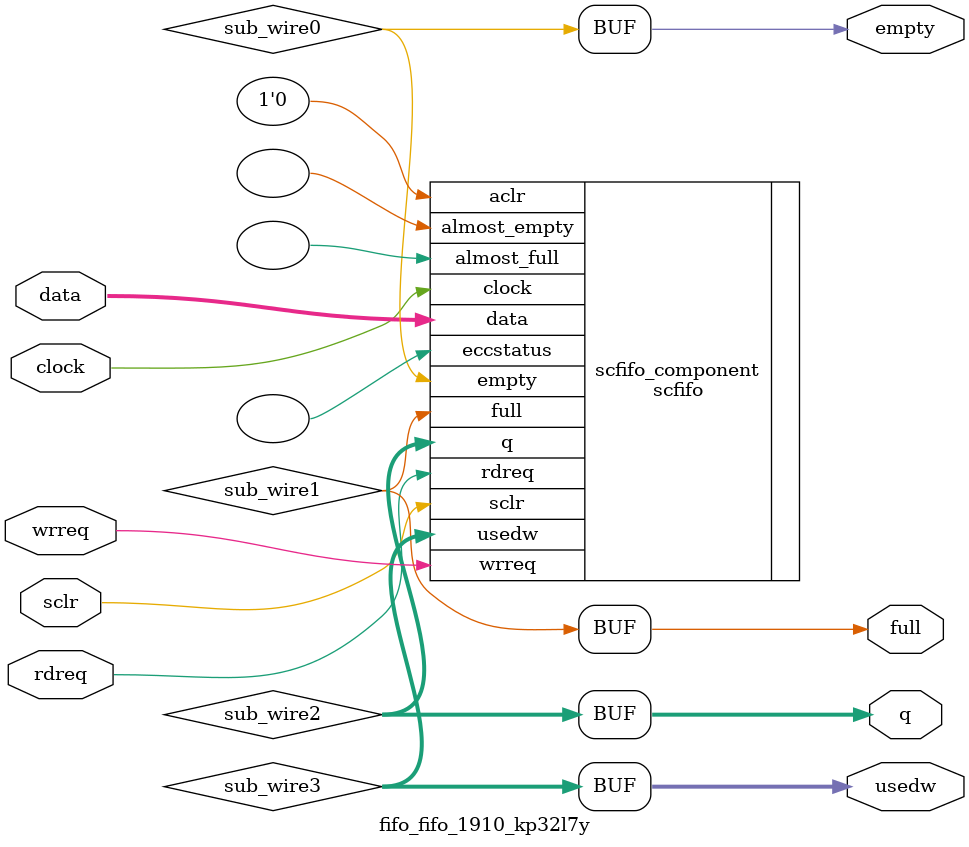
<source format=v>



`timescale 1 ps / 1 ps
// synopsys translate_on
module  fifo_fifo_1910_kp32l7y  (
    clock,
    data,
    rdreq,
    sclr,
    wrreq,
    empty,
    full,
    q,
    usedw);

    input    clock;
    input  [7:0]  data;
    input    rdreq;
    input    sclr;
    input    wrreq;
    output   empty;
    output   full;
    output [7:0]  q;
    output [8:0]  usedw;

    wire  sub_wire0;
    wire  sub_wire1;
    wire [7:0] sub_wire2;
    wire [8:0] sub_wire3;
    wire  empty = sub_wire0;
    wire  full = sub_wire1;
    wire [7:0] q = sub_wire2[7:0];
    wire [8:0] usedw = sub_wire3[8:0];

    scfifo  scfifo_component (
                .clock (clock),
                .data (data),
                .rdreq (rdreq),
                .sclr (sclr),
                .wrreq (wrreq),
                .empty (sub_wire0),
                .full (sub_wire1),
                .q (sub_wire2),
                .usedw (sub_wire3),
                .aclr (1'b0),
                .almost_empty (),
                .almost_full (),
                .eccstatus ());
    defparam
        scfifo_component.add_ram_output_register  = "OFF",
        scfifo_component.enable_ecc  = "FALSE",
        scfifo_component.intended_device_family  = "Arria 10",
        scfifo_component.lpm_numwords  = 512,
        scfifo_component.lpm_showahead  = "OFF",
        scfifo_component.lpm_type  = "scfifo",
        scfifo_component.lpm_width  = 8,
        scfifo_component.lpm_widthu  = 9,
        scfifo_component.overflow_checking  = "ON",
        scfifo_component.underflow_checking  = "ON",
        scfifo_component.use_eab  = "ON";


endmodule



</source>
